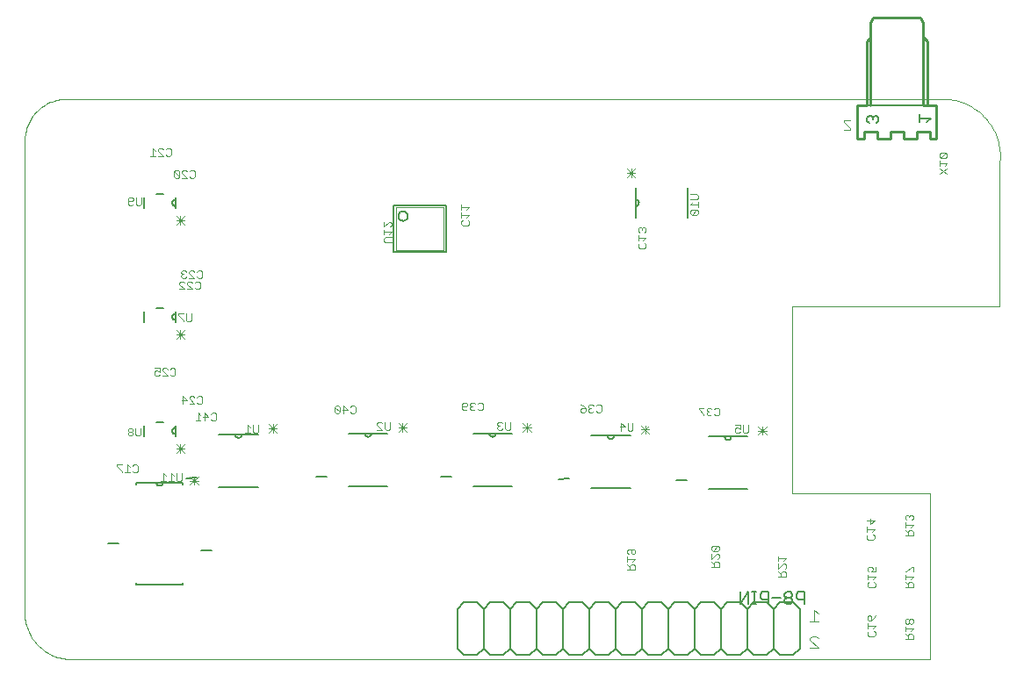
<source format=gbo>
G75*
G70*
%OFA0B0*%
%FSLAX24Y24*%
%IPPOS*%
%LPD*%
%AMOC8*
5,1,8,0,0,1.08239X$1,22.5*
%
%ADD10C,0.0000*%
%ADD11C,0.0030*%
%ADD12C,0.0060*%
%ADD13C,0.0020*%
%ADD14C,0.0070*%
%ADD15C,0.0100*%
%ADD16C,0.0050*%
%ADD17C,0.0040*%
D10*
X004498Y001844D02*
X037293Y001844D01*
X037293Y008144D01*
X032057Y008144D01*
X032057Y015230D01*
X039931Y015230D01*
X039931Y020742D01*
X039930Y020742D02*
X039937Y020845D01*
X039939Y020949D01*
X039936Y021052D01*
X039928Y021155D01*
X039915Y021258D01*
X039898Y021360D01*
X039875Y021461D01*
X039848Y021561D01*
X039816Y021659D01*
X039780Y021756D01*
X039738Y021851D01*
X039693Y021944D01*
X039643Y022035D01*
X039589Y022123D01*
X039530Y022208D01*
X039468Y022291D01*
X039402Y022370D01*
X039332Y022446D01*
X039258Y022519D01*
X039181Y022588D01*
X039101Y022654D01*
X039018Y022716D01*
X038932Y022773D01*
X038843Y022827D01*
X038752Y022876D01*
X038659Y022921D01*
X038564Y022961D01*
X038467Y022997D01*
X038368Y023028D01*
X038268Y023054D01*
X038167Y023076D01*
X038065Y023092D01*
X037962Y023104D01*
X004498Y023104D01*
X004421Y023102D01*
X004344Y023096D01*
X004267Y023087D01*
X004191Y023074D01*
X004115Y023057D01*
X004041Y023036D01*
X003967Y023012D01*
X003895Y022984D01*
X003825Y022953D01*
X003756Y022918D01*
X003688Y022880D01*
X003623Y022839D01*
X003560Y022794D01*
X003499Y022746D01*
X003440Y022696D01*
X003384Y022643D01*
X003331Y022587D01*
X003281Y022528D01*
X003233Y022467D01*
X003188Y022404D01*
X003147Y022339D01*
X003109Y022271D01*
X003074Y022202D01*
X003043Y022132D01*
X003015Y022060D01*
X002991Y021986D01*
X002970Y021912D01*
X002953Y021836D01*
X002940Y021760D01*
X002931Y021683D01*
X002925Y021606D01*
X002923Y021529D01*
X002923Y003813D01*
X002922Y003813D02*
X002914Y003726D01*
X002911Y003638D01*
X002912Y003551D01*
X002918Y003463D01*
X002927Y003376D01*
X002941Y003290D01*
X002959Y003204D01*
X002981Y003120D01*
X003008Y003036D01*
X003038Y002954D01*
X003073Y002874D01*
X003111Y002795D01*
X003153Y002719D01*
X003199Y002644D01*
X003249Y002572D01*
X003302Y002502D01*
X003358Y002435D01*
X003418Y002371D01*
X003480Y002310D01*
X003546Y002252D01*
X003614Y002197D01*
X003685Y002146D01*
X003758Y002098D01*
X003834Y002054D01*
X003912Y002014D01*
X003991Y001977D01*
X004072Y001945D01*
X004155Y001916D01*
X004239Y001892D01*
X004324Y001872D01*
X004410Y001856D01*
X004497Y001844D01*
D11*
X008091Y008598D02*
X008285Y008598D01*
X008188Y008598D02*
X008188Y008888D01*
X008285Y008791D01*
X008386Y008598D02*
X008579Y008598D01*
X008483Y008598D02*
X008483Y008888D01*
X008579Y008791D01*
X008681Y008888D02*
X008681Y008646D01*
X008729Y008598D01*
X008826Y008598D01*
X008874Y008646D01*
X008874Y008888D01*
X009192Y008765D02*
X009506Y008452D01*
X009506Y008608D02*
X009192Y008608D01*
X009192Y008452D02*
X009506Y008765D01*
X009349Y008765D02*
X009349Y008452D01*
X008988Y009681D02*
X008674Y009994D01*
X008674Y009838D02*
X008988Y009838D01*
X008988Y009994D02*
X008674Y009681D01*
X008831Y009681D02*
X008831Y009994D01*
X009407Y010901D02*
X009600Y010901D01*
X009503Y010901D02*
X009503Y011191D01*
X009600Y011094D01*
X009701Y011046D02*
X009895Y011046D01*
X009750Y011191D01*
X009750Y010901D01*
X009996Y010949D02*
X010044Y010901D01*
X010141Y010901D01*
X010189Y010949D01*
X010189Y011143D01*
X010141Y011191D01*
X010044Y011191D01*
X009996Y011143D01*
X009609Y011531D02*
X009513Y011531D01*
X009464Y011579D01*
X009363Y011531D02*
X009170Y011724D01*
X009170Y011773D01*
X009218Y011821D01*
X009315Y011821D01*
X009363Y011773D01*
X009464Y011773D02*
X009513Y011821D01*
X009609Y011821D01*
X009658Y011773D01*
X009658Y011579D01*
X009609Y011531D01*
X009363Y011531D02*
X009170Y011531D01*
X009069Y011676D02*
X008875Y011676D01*
X008923Y011821D02*
X009069Y011676D01*
X008923Y011531D02*
X008923Y011821D01*
X008586Y012602D02*
X008489Y012602D01*
X008441Y012650D01*
X008340Y012602D02*
X008146Y012795D01*
X008146Y012843D01*
X008194Y012892D01*
X008291Y012892D01*
X008340Y012843D01*
X008441Y012843D02*
X008489Y012892D01*
X008586Y012892D01*
X008634Y012843D01*
X008634Y012650D01*
X008586Y012602D01*
X008340Y012602D02*
X008146Y012602D01*
X008045Y012650D02*
X007997Y012602D01*
X007900Y012602D01*
X007851Y012650D01*
X007851Y012747D01*
X007900Y012795D01*
X007948Y012795D01*
X008045Y012747D01*
X008045Y012892D01*
X007851Y012892D01*
X008674Y014012D02*
X008988Y014325D01*
X008988Y014168D02*
X008674Y014168D01*
X008674Y014325D02*
X008988Y014012D01*
X008831Y014012D02*
X008831Y014325D01*
X008942Y014666D02*
X008942Y014715D01*
X008748Y014908D01*
X008748Y014957D01*
X008942Y014957D01*
X009043Y014957D02*
X009043Y014715D01*
X009091Y014666D01*
X009188Y014666D01*
X009236Y014715D01*
X009236Y014957D01*
X009281Y015889D02*
X009087Y015889D01*
X008986Y015889D02*
X008792Y016082D01*
X008792Y016131D01*
X008841Y016179D01*
X008938Y016179D01*
X008986Y016131D01*
X009087Y016131D02*
X009135Y016179D01*
X009232Y016179D01*
X009281Y016131D01*
X009382Y016131D02*
X009430Y016179D01*
X009527Y016179D01*
X009575Y016131D01*
X009575Y015937D01*
X009527Y015889D01*
X009430Y015889D01*
X009382Y015937D01*
X009281Y015889D02*
X009087Y016082D01*
X009087Y016131D01*
X009012Y016306D02*
X009061Y016355D01*
X009012Y016306D02*
X008916Y016306D01*
X008867Y016355D01*
X008867Y016403D01*
X008916Y016451D01*
X008964Y016451D01*
X008916Y016451D02*
X008867Y016500D01*
X008867Y016548D01*
X008916Y016596D01*
X009012Y016596D01*
X009061Y016548D01*
X009162Y016548D02*
X009210Y016596D01*
X009307Y016596D01*
X009355Y016548D01*
X009456Y016548D02*
X009505Y016596D01*
X009602Y016596D01*
X009650Y016548D01*
X009650Y016355D01*
X009602Y016306D01*
X009505Y016306D01*
X009456Y016355D01*
X009355Y016306D02*
X009162Y016306D01*
X009355Y016306D02*
X009162Y016500D01*
X009162Y016548D01*
X008986Y015889D02*
X008792Y015889D01*
X008831Y018342D02*
X008831Y018656D01*
X008674Y018656D02*
X008988Y018342D01*
X008988Y018499D02*
X008674Y018499D01*
X008674Y018342D02*
X008988Y018656D01*
X007339Y019128D02*
X007290Y019080D01*
X007194Y019080D01*
X007145Y019128D01*
X007145Y019370D01*
X007044Y019322D02*
X007044Y019273D01*
X006996Y019225D01*
X006851Y019225D01*
X006851Y019128D02*
X006851Y019322D01*
X006899Y019370D01*
X006996Y019370D01*
X007044Y019322D01*
X007044Y019128D02*
X006996Y019080D01*
X006899Y019080D01*
X006851Y019128D01*
X007339Y019128D02*
X007339Y019370D01*
X008596Y020158D02*
X008644Y020109D01*
X008741Y020109D01*
X008789Y020158D01*
X008596Y020351D01*
X008596Y020158D01*
X008789Y020158D02*
X008789Y020351D01*
X008741Y020400D01*
X008644Y020400D01*
X008596Y020351D01*
X008890Y020351D02*
X008939Y020400D01*
X009035Y020400D01*
X009084Y020351D01*
X009185Y020351D02*
X009233Y020400D01*
X009330Y020400D01*
X009378Y020351D01*
X009378Y020158D01*
X009330Y020109D01*
X009233Y020109D01*
X009185Y020158D01*
X009084Y020109D02*
X008890Y020303D01*
X008890Y020351D01*
X008890Y020109D02*
X009084Y020109D01*
X008424Y020948D02*
X008328Y020948D01*
X008279Y020996D01*
X008178Y020948D02*
X007985Y021141D01*
X007985Y021190D01*
X008033Y021238D01*
X008130Y021238D01*
X008178Y021190D01*
X008279Y021190D02*
X008328Y021238D01*
X008424Y021238D01*
X008473Y021190D01*
X008473Y020996D01*
X008424Y020948D01*
X008178Y020948D02*
X007985Y020948D01*
X007884Y020948D02*
X007690Y020948D01*
X007787Y020948D02*
X007787Y021238D01*
X007884Y021141D01*
X016557Y018444D02*
X016557Y018251D01*
X016750Y018444D01*
X016798Y018444D01*
X016847Y018396D01*
X016847Y018299D01*
X016798Y018251D01*
X016847Y018053D02*
X016557Y018053D01*
X016557Y017956D02*
X016557Y018150D01*
X016750Y017956D02*
X016847Y018053D01*
X016847Y017855D02*
X016605Y017855D01*
X016557Y017807D01*
X016557Y017710D01*
X016605Y017662D01*
X016847Y017662D01*
X019494Y018360D02*
X019494Y018457D01*
X019542Y018506D01*
X019494Y018607D02*
X019494Y018800D01*
X019494Y018703D02*
X019784Y018703D01*
X019687Y018607D01*
X019736Y018506D02*
X019784Y018457D01*
X019784Y018360D01*
X019736Y018312D01*
X019542Y018312D01*
X019494Y018360D01*
X019494Y018901D02*
X019494Y019095D01*
X019494Y018998D02*
X019784Y018998D01*
X019687Y018901D01*
X025779Y020139D02*
X026093Y020452D01*
X025779Y020139D01*
X025779Y020295D02*
X026093Y020295D01*
X025779Y020295D01*
X025779Y020452D02*
X026093Y020139D01*
X025779Y020452D01*
X025936Y020452D02*
X025936Y020139D01*
X025936Y020452D01*
X028190Y019489D02*
X028432Y019489D01*
X028481Y019440D01*
X028481Y019344D01*
X028432Y019295D01*
X028190Y019295D01*
X028287Y019194D02*
X028190Y019097D01*
X028481Y019097D01*
X028481Y019001D02*
X028481Y019194D01*
X028432Y018899D02*
X028239Y018706D01*
X028432Y018706D01*
X028481Y018754D01*
X028481Y018851D01*
X028432Y018899D01*
X028239Y018899D01*
X028190Y018851D01*
X028190Y018754D01*
X028239Y018706D01*
X026497Y018184D02*
X026448Y018233D01*
X026400Y018233D01*
X026352Y018184D01*
X026303Y018233D01*
X026255Y018233D01*
X026206Y018184D01*
X026206Y018088D01*
X026255Y018039D01*
X026206Y017938D02*
X026206Y017745D01*
X026206Y017841D02*
X026497Y017841D01*
X026400Y017745D01*
X026448Y017643D02*
X026497Y017595D01*
X026497Y017498D01*
X026448Y017450D01*
X026255Y017450D01*
X026206Y017498D01*
X026206Y017595D01*
X026255Y017643D01*
X026448Y018039D02*
X026497Y018088D01*
X026497Y018184D01*
X026352Y018184D02*
X026352Y018136D01*
X034004Y021938D02*
X034246Y021938D01*
X034246Y021999D01*
X034004Y022241D01*
X034004Y022302D01*
X034246Y022302D01*
X037643Y021015D02*
X037643Y020918D01*
X037692Y020870D01*
X037885Y021063D01*
X037692Y021063D01*
X037643Y021015D01*
X037692Y020870D02*
X037885Y020870D01*
X037934Y020918D01*
X037934Y021015D01*
X037885Y021063D01*
X037643Y020769D02*
X037643Y020575D01*
X037643Y020672D02*
X037934Y020672D01*
X037837Y020575D01*
X037934Y020474D02*
X037643Y020281D01*
X037643Y020474D02*
X037934Y020281D01*
X029241Y011383D02*
X029290Y011334D01*
X029290Y011141D01*
X029241Y011093D01*
X029145Y011093D01*
X029096Y011141D01*
X028995Y011141D02*
X028947Y011093D01*
X028850Y011093D01*
X028802Y011141D01*
X028802Y011189D01*
X028850Y011238D01*
X028898Y011238D01*
X028850Y011238D02*
X028802Y011286D01*
X028802Y011334D01*
X028850Y011383D01*
X028947Y011383D01*
X028995Y011334D01*
X029096Y011334D02*
X029145Y011383D01*
X029241Y011383D01*
X028701Y011383D02*
X028507Y011383D01*
X028507Y011334D01*
X028701Y011141D01*
X028701Y011093D01*
X029882Y010722D02*
X030076Y010722D01*
X030076Y010577D01*
X029979Y010626D01*
X029930Y010626D01*
X029882Y010577D01*
X029882Y010481D01*
X029930Y010432D01*
X030027Y010432D01*
X030076Y010481D01*
X030177Y010481D02*
X030177Y010722D01*
X030370Y010722D02*
X030370Y010481D01*
X030322Y010432D01*
X030225Y010432D01*
X030177Y010481D01*
X030767Y010516D02*
X031081Y010516D01*
X031081Y010672D02*
X030767Y010359D01*
X030924Y010359D02*
X030924Y010672D01*
X030767Y010672D02*
X031081Y010359D01*
X026632Y010398D02*
X026318Y010712D01*
X026318Y010555D02*
X026632Y010555D01*
X026632Y010712D02*
X026318Y010398D01*
X026475Y010398D02*
X026475Y010712D01*
X026000Y010801D02*
X026000Y010559D01*
X025952Y010511D01*
X025855Y010511D01*
X025807Y010559D01*
X025807Y010801D01*
X025705Y010656D02*
X025512Y010656D01*
X025560Y010511D02*
X025560Y010801D01*
X025705Y010656D01*
X024802Y011259D02*
X024802Y011453D01*
X024753Y011501D01*
X024656Y011501D01*
X024608Y011453D01*
X024507Y011453D02*
X024459Y011501D01*
X024362Y011501D01*
X024314Y011453D01*
X024314Y011404D01*
X024362Y011356D01*
X024314Y011307D01*
X024314Y011259D01*
X024362Y011211D01*
X024459Y011211D01*
X024507Y011259D01*
X024608Y011259D02*
X024656Y011211D01*
X024753Y011211D01*
X024802Y011259D01*
X024410Y011356D02*
X024362Y011356D01*
X024212Y011356D02*
X024067Y011356D01*
X024019Y011307D01*
X024019Y011259D01*
X024067Y011211D01*
X024164Y011211D01*
X024212Y011259D01*
X024212Y011356D01*
X024116Y011453D01*
X024019Y011501D01*
X022144Y010790D02*
X021830Y010477D01*
X021830Y010634D02*
X022144Y010634D01*
X022144Y010477D02*
X021830Y010790D01*
X021987Y010790D02*
X021987Y010477D01*
X021354Y010599D02*
X021306Y010550D01*
X021209Y010550D01*
X021161Y010599D01*
X021161Y010841D01*
X021060Y010792D02*
X021011Y010841D01*
X020915Y010841D01*
X020866Y010792D01*
X020866Y010744D01*
X020915Y010695D01*
X020866Y010647D01*
X020866Y010599D01*
X020915Y010550D01*
X021011Y010550D01*
X021060Y010599D01*
X020963Y010695D02*
X020915Y010695D01*
X021354Y010599D02*
X021354Y010841D01*
X020313Y011338D02*
X020265Y011289D01*
X020168Y011289D01*
X020120Y011338D01*
X020019Y011338D02*
X019970Y011289D01*
X019874Y011289D01*
X019825Y011338D01*
X019825Y011386D01*
X019874Y011435D01*
X019922Y011435D01*
X019874Y011435D02*
X019825Y011483D01*
X019825Y011531D01*
X019874Y011580D01*
X019970Y011580D01*
X020019Y011531D01*
X020120Y011531D02*
X020168Y011580D01*
X020265Y011580D01*
X020313Y011531D01*
X020313Y011338D01*
X019724Y011338D02*
X019676Y011289D01*
X019579Y011289D01*
X019531Y011338D01*
X019531Y011531D01*
X019579Y011580D01*
X019676Y011580D01*
X019724Y011531D01*
X019724Y011483D01*
X019676Y011435D01*
X019531Y011435D01*
X017419Y010790D02*
X017106Y010477D01*
X017263Y010477D02*
X017263Y010790D01*
X017106Y010790D02*
X017419Y010477D01*
X017419Y010634D02*
X017106Y010634D01*
X016788Y010599D02*
X016788Y010841D01*
X016594Y010841D02*
X016594Y010599D01*
X016642Y010550D01*
X016739Y010550D01*
X016788Y010599D01*
X016493Y010550D02*
X016299Y010744D01*
X016299Y010792D01*
X016348Y010841D01*
X016445Y010841D01*
X016493Y010792D01*
X016493Y010550D02*
X016299Y010550D01*
X015471Y011220D02*
X015423Y011171D01*
X015326Y011171D01*
X015277Y011220D01*
X015176Y011316D02*
X015031Y011462D01*
X015031Y011171D01*
X014983Y011316D02*
X015176Y011316D01*
X015277Y011413D02*
X015326Y011462D01*
X015423Y011462D01*
X015471Y011413D01*
X015471Y011220D01*
X014882Y011220D02*
X014882Y011413D01*
X014833Y011462D01*
X014736Y011462D01*
X014688Y011413D01*
X014882Y011220D01*
X014833Y011171D01*
X014736Y011171D01*
X014688Y011220D01*
X014688Y011413D01*
X012498Y010751D02*
X012184Y010437D01*
X012341Y010437D02*
X012341Y010751D01*
X012184Y010751D02*
X012498Y010437D01*
X012498Y010594D02*
X012184Y010594D01*
X011788Y010481D02*
X011739Y010432D01*
X011642Y010432D01*
X011594Y010481D01*
X011594Y010722D01*
X011493Y010626D02*
X011396Y010722D01*
X011396Y010432D01*
X011493Y010432D02*
X011299Y010432D01*
X011788Y010481D02*
X011788Y010722D01*
X007327Y010610D02*
X007327Y010368D01*
X007279Y010320D01*
X007182Y010320D01*
X007133Y010368D01*
X007133Y010610D01*
X007032Y010562D02*
X007032Y010514D01*
X006984Y010465D01*
X006887Y010465D01*
X006839Y010417D01*
X006839Y010368D01*
X006887Y010320D01*
X006984Y010320D01*
X007032Y010368D01*
X007032Y010417D01*
X006984Y010465D01*
X006887Y010465D02*
X006839Y010514D01*
X006839Y010562D01*
X006887Y010610D01*
X006984Y010610D01*
X007032Y010562D01*
X007066Y009225D02*
X007163Y009225D01*
X007211Y009177D01*
X007211Y008983D01*
X007163Y008935D01*
X007066Y008935D01*
X007018Y008983D01*
X006916Y008935D02*
X006723Y008935D01*
X006820Y008935D02*
X006820Y009225D01*
X006916Y009129D01*
X007018Y009177D02*
X007066Y009225D01*
X006622Y009225D02*
X006428Y009225D01*
X006428Y009177D01*
X006622Y008983D01*
X006622Y008935D01*
X025800Y005966D02*
X025848Y006014D01*
X026042Y006014D01*
X026090Y005966D01*
X026090Y005869D01*
X026042Y005821D01*
X025994Y005821D01*
X025945Y005869D01*
X025945Y006014D01*
X025800Y005966D02*
X025800Y005869D01*
X025848Y005821D01*
X025800Y005720D02*
X025800Y005526D01*
X025800Y005623D02*
X026090Y005623D01*
X025994Y005526D01*
X026042Y005425D02*
X025945Y005425D01*
X025897Y005377D01*
X025897Y005231D01*
X025800Y005231D02*
X026090Y005231D01*
X026090Y005377D01*
X026042Y005425D01*
X025897Y005328D02*
X025800Y005425D01*
X028989Y005350D02*
X029279Y005350D01*
X029279Y005495D01*
X029231Y005543D01*
X029134Y005543D01*
X029086Y005495D01*
X029086Y005350D01*
X029086Y005446D02*
X028989Y005543D01*
X028989Y005644D02*
X029182Y005838D01*
X029231Y005838D01*
X029279Y005789D01*
X029279Y005693D01*
X029231Y005644D01*
X028989Y005644D02*
X028989Y005838D01*
X029037Y005939D02*
X029231Y006132D01*
X029037Y006132D01*
X028989Y006084D01*
X028989Y005987D01*
X029037Y005939D01*
X029231Y005939D01*
X029279Y005987D01*
X029279Y006084D01*
X029231Y006132D01*
X031527Y005748D02*
X031527Y005555D01*
X031527Y005652D02*
X031818Y005652D01*
X031721Y005555D01*
X031721Y005454D02*
X031769Y005454D01*
X031818Y005405D01*
X031818Y005309D01*
X031769Y005260D01*
X031769Y005159D02*
X031672Y005159D01*
X031624Y005111D01*
X031624Y004966D01*
X031624Y005062D02*
X031527Y005159D01*
X031527Y005260D02*
X031721Y005454D01*
X031527Y005454D02*
X031527Y005260D01*
X031769Y005159D02*
X031818Y005111D01*
X031818Y004966D01*
X031527Y004966D01*
X034881Y006422D02*
X034881Y006518D01*
X034929Y006567D01*
X034881Y006668D02*
X034881Y006861D01*
X034881Y006765D02*
X035171Y006765D01*
X035074Y006668D01*
X035123Y006567D02*
X035171Y006518D01*
X035171Y006422D01*
X035123Y006373D01*
X034929Y006373D01*
X034881Y006422D01*
X035026Y006962D02*
X035026Y007156D01*
X034881Y007108D02*
X035171Y007108D01*
X035026Y006962D01*
X036351Y006922D02*
X036641Y006922D01*
X036545Y006825D01*
X036593Y006724D02*
X036496Y006724D01*
X036448Y006676D01*
X036448Y006531D01*
X036448Y006627D02*
X036351Y006724D01*
X036351Y006825D02*
X036351Y007019D01*
X036400Y007120D02*
X036351Y007168D01*
X036351Y007265D01*
X036400Y007313D01*
X036448Y007313D01*
X036496Y007265D01*
X036496Y007217D01*
X036496Y007265D02*
X036545Y007313D01*
X036593Y007313D01*
X036641Y007265D01*
X036641Y007168D01*
X036593Y007120D01*
X036593Y006724D02*
X036641Y006676D01*
X036641Y006531D01*
X036351Y006531D01*
X036593Y005345D02*
X036400Y005151D01*
X036351Y005151D01*
X036351Y005050D02*
X036351Y004857D01*
X036351Y004954D02*
X036641Y004954D01*
X036545Y004857D01*
X036593Y004756D02*
X036496Y004756D01*
X036448Y004707D01*
X036448Y004562D01*
X036351Y004562D02*
X036641Y004562D01*
X036641Y004707D01*
X036593Y004756D01*
X036448Y004659D02*
X036351Y004756D01*
X036641Y005151D02*
X036641Y005345D01*
X036593Y005345D01*
X035210Y005345D02*
X035210Y005151D01*
X035065Y005151D01*
X035114Y005248D01*
X035114Y005297D01*
X035065Y005345D01*
X034968Y005345D01*
X034920Y005297D01*
X034920Y005200D01*
X034968Y005151D01*
X034920Y005050D02*
X034920Y004857D01*
X034920Y004954D02*
X035210Y004954D01*
X035114Y004857D01*
X035162Y004756D02*
X035210Y004707D01*
X035210Y004611D01*
X035162Y004562D01*
X034968Y004562D01*
X034920Y004611D01*
X034920Y004707D01*
X034968Y004756D01*
X034968Y003495D02*
X035017Y003495D01*
X035065Y003446D01*
X035065Y003301D01*
X034968Y003301D01*
X034920Y003349D01*
X034920Y003446D01*
X034968Y003495D01*
X035162Y003398D02*
X035065Y003301D01*
X035162Y003398D02*
X035210Y003495D01*
X034920Y003200D02*
X034920Y003006D01*
X034920Y003103D02*
X035210Y003103D01*
X035114Y003006D01*
X035162Y002905D02*
X035210Y002857D01*
X035210Y002760D01*
X035162Y002712D01*
X034968Y002712D01*
X034920Y002760D01*
X034920Y002857D01*
X034968Y002905D01*
X036351Y002888D02*
X036351Y003082D01*
X036351Y002985D02*
X036641Y002985D01*
X036545Y002888D01*
X036593Y002787D02*
X036496Y002787D01*
X036448Y002739D01*
X036448Y002594D01*
X036448Y002690D02*
X036351Y002787D01*
X036351Y002594D02*
X036641Y002594D01*
X036641Y002739D01*
X036593Y002787D01*
X036593Y003183D02*
X036545Y003183D01*
X036496Y003231D01*
X036496Y003328D01*
X036448Y003376D01*
X036400Y003376D01*
X036351Y003328D01*
X036351Y003231D01*
X036400Y003183D01*
X036448Y003183D01*
X036496Y003231D01*
X036496Y003328D02*
X036545Y003376D01*
X036593Y003376D01*
X036641Y003328D01*
X036641Y003231D01*
X036593Y003183D01*
D12*
X032348Y003736D02*
X032348Y002236D01*
X032098Y001986D01*
X031598Y001986D01*
X031348Y002236D01*
X031098Y001986D01*
X030598Y001986D01*
X030348Y002236D01*
X030098Y001986D01*
X029598Y001986D01*
X029348Y002236D01*
X029348Y003736D01*
X029598Y003986D01*
X030098Y003986D01*
X030348Y003736D01*
X030598Y003986D01*
X031098Y003986D01*
X031348Y003736D01*
X031598Y003986D01*
X032098Y003986D01*
X032348Y003736D01*
X031348Y003736D02*
X031348Y002236D01*
X030348Y002236D02*
X030348Y003736D01*
X029348Y003736D02*
X029098Y003986D01*
X028598Y003986D01*
X028348Y003736D01*
X028348Y002236D01*
X028598Y001986D01*
X029098Y001986D01*
X029348Y002236D01*
X028348Y002236D02*
X028098Y001986D01*
X027598Y001986D01*
X027348Y002236D01*
X027348Y003736D01*
X027098Y003986D01*
X026598Y003986D01*
X026348Y003736D01*
X026348Y002236D01*
X026598Y001986D01*
X027098Y001986D01*
X027348Y002236D01*
X026348Y002236D02*
X026098Y001986D01*
X025598Y001986D01*
X025348Y002236D01*
X025348Y003736D01*
X025098Y003986D01*
X024598Y003986D01*
X024348Y003736D01*
X024348Y002236D01*
X024598Y001986D01*
X025098Y001986D01*
X025348Y002236D01*
X024348Y002236D02*
X024098Y001986D01*
X023598Y001986D01*
X023348Y002236D01*
X023348Y003736D01*
X023098Y003986D01*
X022598Y003986D01*
X022348Y003736D01*
X022348Y002236D01*
X022098Y001986D01*
X021598Y001986D01*
X021348Y002236D01*
X021348Y003736D01*
X021098Y003986D01*
X020598Y003986D01*
X020348Y003736D01*
X020348Y002236D01*
X020598Y001986D01*
X021098Y001986D01*
X021348Y002236D01*
X022348Y002236D02*
X022598Y001986D01*
X023098Y001986D01*
X023348Y002236D01*
X023348Y003736D02*
X023598Y003986D01*
X024098Y003986D01*
X024348Y003736D01*
X025348Y003736D02*
X025598Y003986D01*
X026098Y003986D01*
X026348Y003736D01*
X027348Y003736D02*
X027598Y003986D01*
X028098Y003986D01*
X028348Y003736D01*
X022348Y003736D02*
X022098Y003986D01*
X021598Y003986D01*
X021348Y003736D01*
X020348Y003736D02*
X020098Y003986D01*
X019598Y003986D01*
X019348Y003736D01*
X019348Y002236D01*
X019598Y001986D01*
X020098Y001986D01*
X020348Y002236D01*
X019939Y008403D02*
X021419Y008403D01*
X023197Y008675D02*
X023597Y008685D01*
X024427Y008325D02*
X025907Y008325D01*
X027646Y008635D02*
X028046Y008645D01*
X028876Y008285D02*
X030356Y008285D01*
X030356Y010285D02*
X029736Y010285D01*
X029496Y010285D01*
X028876Y010285D01*
X029496Y010285D02*
X029498Y010264D01*
X029503Y010244D01*
X029512Y010225D01*
X029524Y010208D01*
X029539Y010193D01*
X029556Y010181D01*
X029575Y010172D01*
X029595Y010167D01*
X029616Y010165D01*
X029637Y010167D01*
X029657Y010172D01*
X029676Y010181D01*
X029693Y010193D01*
X029708Y010208D01*
X029720Y010225D01*
X029729Y010244D01*
X029734Y010264D01*
X029736Y010285D01*
X025907Y010325D02*
X025287Y010325D01*
X025047Y010325D01*
X024427Y010325D01*
X025047Y010325D02*
X025049Y010304D01*
X025054Y010284D01*
X025063Y010265D01*
X025075Y010248D01*
X025090Y010233D01*
X025107Y010221D01*
X025126Y010212D01*
X025146Y010207D01*
X025167Y010205D01*
X025188Y010207D01*
X025208Y010212D01*
X025227Y010221D01*
X025244Y010233D01*
X025259Y010248D01*
X025271Y010265D01*
X025280Y010284D01*
X025285Y010304D01*
X025287Y010325D01*
X021419Y010403D02*
X020799Y010403D01*
X020559Y010403D01*
X019939Y010403D01*
X020559Y010403D02*
X020561Y010382D01*
X020566Y010362D01*
X020575Y010343D01*
X020587Y010326D01*
X020602Y010311D01*
X020619Y010299D01*
X020638Y010290D01*
X020658Y010285D01*
X020679Y010283D01*
X020700Y010285D01*
X020720Y010290D01*
X020739Y010299D01*
X020756Y010311D01*
X020771Y010326D01*
X020783Y010343D01*
X020792Y010362D01*
X020797Y010382D01*
X020799Y010403D01*
X019109Y008763D02*
X018709Y008753D01*
X016694Y008403D02*
X015214Y008403D01*
X014384Y008763D02*
X013984Y008753D01*
X011773Y008364D02*
X010293Y008364D01*
X009463Y008724D02*
X009063Y008714D01*
X008931Y008538D02*
X008931Y008468D01*
X008931Y008538D02*
X008161Y008538D01*
X007921Y008538D01*
X007151Y008538D01*
X007151Y008468D01*
X007921Y008538D02*
X007923Y008517D01*
X007928Y008497D01*
X007937Y008478D01*
X007949Y008461D01*
X007964Y008446D01*
X007981Y008434D01*
X008000Y008425D01*
X008020Y008420D01*
X008041Y008418D01*
X008062Y008420D01*
X008082Y008425D01*
X008101Y008434D01*
X008118Y008446D01*
X008133Y008461D01*
X008145Y008478D01*
X008154Y008497D01*
X008159Y008517D01*
X008161Y008538D01*
X008641Y010296D02*
X008641Y010386D01*
X008641Y010626D01*
X008641Y010716D01*
X008641Y010626D02*
X008620Y010624D01*
X008600Y010619D01*
X008581Y010610D01*
X008564Y010598D01*
X008549Y010583D01*
X008537Y010566D01*
X008528Y010547D01*
X008523Y010527D01*
X008521Y010506D01*
X008523Y010485D01*
X008528Y010465D01*
X008537Y010446D01*
X008549Y010429D01*
X008564Y010414D01*
X008581Y010402D01*
X008600Y010393D01*
X008620Y010388D01*
X008641Y010386D01*
X008171Y010846D02*
X007911Y010846D01*
X007441Y010716D02*
X007441Y010296D01*
X010293Y010364D02*
X010913Y010364D01*
X011153Y010364D01*
X011773Y010364D01*
X011153Y010364D02*
X011151Y010343D01*
X011146Y010323D01*
X011137Y010304D01*
X011125Y010287D01*
X011110Y010272D01*
X011093Y010260D01*
X011074Y010251D01*
X011054Y010246D01*
X011033Y010244D01*
X011012Y010246D01*
X010992Y010251D01*
X010973Y010260D01*
X010956Y010272D01*
X010941Y010287D01*
X010929Y010304D01*
X010920Y010323D01*
X010915Y010343D01*
X010913Y010364D01*
X015214Y010403D02*
X015834Y010403D01*
X016074Y010403D01*
X016694Y010403D01*
X016074Y010403D02*
X016072Y010382D01*
X016067Y010362D01*
X016058Y010343D01*
X016046Y010326D01*
X016031Y010311D01*
X016014Y010299D01*
X015995Y010290D01*
X015975Y010285D01*
X015954Y010283D01*
X015933Y010285D01*
X015913Y010290D01*
X015894Y010299D01*
X015877Y010311D01*
X015862Y010326D01*
X015850Y010343D01*
X015841Y010362D01*
X015836Y010382D01*
X015834Y010403D01*
X010011Y005968D02*
X009611Y005968D01*
X008931Y004748D02*
X008931Y004678D01*
X007151Y004678D01*
X007151Y004748D01*
X006471Y006228D02*
X006071Y006228D01*
X007441Y014627D02*
X007441Y015047D01*
X007911Y015177D02*
X008171Y015177D01*
X008641Y015047D02*
X008641Y014957D01*
X008641Y014717D01*
X008641Y014627D01*
X008641Y014717D02*
X008620Y014719D01*
X008600Y014724D01*
X008581Y014733D01*
X008564Y014745D01*
X008549Y014760D01*
X008537Y014777D01*
X008528Y014796D01*
X008523Y014816D01*
X008521Y014837D01*
X008523Y014858D01*
X008528Y014878D01*
X008537Y014897D01*
X008549Y014914D01*
X008564Y014929D01*
X008581Y014941D01*
X008600Y014950D01*
X008620Y014955D01*
X008641Y014957D01*
X008641Y018957D02*
X008641Y019047D01*
X008641Y019287D01*
X008641Y019377D01*
X008641Y019287D02*
X008620Y019285D01*
X008600Y019280D01*
X008581Y019271D01*
X008564Y019259D01*
X008549Y019244D01*
X008537Y019227D01*
X008528Y019208D01*
X008523Y019188D01*
X008521Y019167D01*
X008523Y019146D01*
X008528Y019126D01*
X008537Y019107D01*
X008549Y019090D01*
X008564Y019075D01*
X008581Y019063D01*
X008600Y019054D01*
X008620Y019049D01*
X008641Y019047D01*
X008171Y019507D02*
X007911Y019507D01*
X007441Y019377D02*
X007441Y018957D01*
X016933Y019082D02*
X016933Y017284D01*
X018913Y017284D01*
X018913Y019082D01*
X016933Y019082D01*
X017103Y018663D02*
X017105Y018689D01*
X017111Y018715D01*
X017120Y018739D01*
X017133Y018762D01*
X017149Y018783D01*
X017168Y018801D01*
X017189Y018817D01*
X017213Y018829D01*
X017237Y018837D01*
X017263Y018842D01*
X017290Y018843D01*
X017316Y018840D01*
X017341Y018833D01*
X017365Y018823D01*
X017388Y018809D01*
X017408Y018793D01*
X017425Y018773D01*
X017440Y018751D01*
X017451Y018727D01*
X017459Y018702D01*
X017463Y018676D01*
X017463Y018650D01*
X017459Y018624D01*
X017451Y018599D01*
X017440Y018575D01*
X017425Y018553D01*
X017408Y018533D01*
X017388Y018517D01*
X017365Y018503D01*
X017341Y018493D01*
X017316Y018486D01*
X017290Y018483D01*
X017263Y018484D01*
X017237Y018489D01*
X017213Y018497D01*
X017189Y018509D01*
X017168Y018525D01*
X017149Y018543D01*
X017133Y018564D01*
X017120Y018587D01*
X017111Y018611D01*
X017105Y018637D01*
X017103Y018663D01*
X026116Y018607D02*
X026116Y019047D01*
X026116Y019287D01*
X026116Y019727D01*
X026116Y019287D02*
X026137Y019285D01*
X026157Y019280D01*
X026176Y019271D01*
X026193Y019259D01*
X026208Y019244D01*
X026220Y019227D01*
X026229Y019208D01*
X026234Y019188D01*
X026236Y019167D01*
X026234Y019146D01*
X026229Y019126D01*
X026220Y019107D01*
X026208Y019090D01*
X026193Y019075D01*
X026176Y019063D01*
X026157Y019054D01*
X026137Y019049D01*
X026116Y019047D01*
X026137Y019049D01*
X026157Y019054D01*
X026176Y019063D01*
X026193Y019075D01*
X026208Y019090D01*
X026220Y019107D01*
X026229Y019126D01*
X026234Y019146D01*
X026236Y019167D01*
X026234Y019188D01*
X026229Y019208D01*
X026220Y019227D01*
X026208Y019244D01*
X026193Y019259D01*
X026176Y019271D01*
X026157Y019280D01*
X026137Y019285D01*
X026116Y019287D01*
X028076Y019727D02*
X028076Y018607D01*
D13*
X018823Y018992D02*
X018823Y017374D01*
X017023Y017374D01*
X017023Y018992D01*
X018823Y018992D01*
D14*
X034897Y022256D02*
X034969Y022185D01*
X034897Y022256D02*
X034897Y022400D01*
X034969Y022471D01*
X035041Y022471D01*
X035113Y022400D01*
X035113Y022328D01*
X035113Y022400D02*
X035184Y022471D01*
X035256Y022471D01*
X035328Y022400D01*
X035328Y022256D01*
X035256Y022185D01*
X036877Y022235D02*
X036877Y022521D01*
X036877Y022378D02*
X037308Y022378D01*
X037164Y022235D01*
D15*
X037283Y021860D02*
X036783Y021860D01*
X036783Y021610D01*
X036283Y021610D01*
X036283Y021860D01*
X035783Y021860D01*
X035783Y021610D01*
X035283Y021610D01*
X035283Y021860D01*
X034783Y021860D01*
X034783Y021610D01*
X034533Y021610D01*
X034533Y022860D01*
X034883Y022860D01*
X034883Y025310D01*
X035013Y025450D01*
X035033Y026010D02*
X035133Y026210D01*
X035553Y026210D01*
X035513Y026210D02*
X036933Y026210D01*
X037033Y026010D01*
X037033Y022860D01*
X037533Y022860D01*
X037533Y021610D01*
X037283Y021610D01*
X037283Y021860D01*
X037183Y022860D02*
X037183Y025310D01*
X037053Y025450D01*
X035033Y026010D02*
X035033Y022860D01*
D16*
X034883Y022860D02*
X037033Y022860D01*
X032522Y004389D02*
X032297Y004389D01*
X032222Y004314D01*
X032222Y004163D01*
X032297Y004088D01*
X032522Y004088D01*
X032522Y003938D02*
X032522Y004389D01*
X032062Y004314D02*
X032062Y004239D01*
X031987Y004163D01*
X031837Y004163D01*
X031762Y004088D01*
X031762Y004013D01*
X031837Y003938D01*
X031987Y003938D01*
X032062Y004013D01*
X032062Y004088D01*
X031987Y004163D01*
X031837Y004163D02*
X031762Y004239D01*
X031762Y004314D01*
X031837Y004389D01*
X031987Y004389D01*
X032062Y004314D01*
X031602Y004163D02*
X031301Y004163D01*
X031141Y004088D02*
X030916Y004088D01*
X030841Y004163D01*
X030841Y004314D01*
X030916Y004389D01*
X031141Y004389D01*
X031141Y003938D01*
X030681Y003938D02*
X030531Y003938D01*
X030606Y003938D02*
X030606Y004389D01*
X030681Y004389D02*
X030531Y004389D01*
X030374Y004389D02*
X030074Y003938D01*
X030074Y004389D01*
X030374Y004389D02*
X030374Y003938D01*
D17*
X032731Y003256D02*
X033038Y003256D01*
X032885Y003256D02*
X032885Y003716D01*
X033038Y003563D01*
X032962Y002716D02*
X032808Y002716D01*
X032731Y002640D01*
X032731Y002563D01*
X033038Y002256D01*
X032731Y002256D01*
X033038Y002640D02*
X032962Y002716D01*
M02*

</source>
